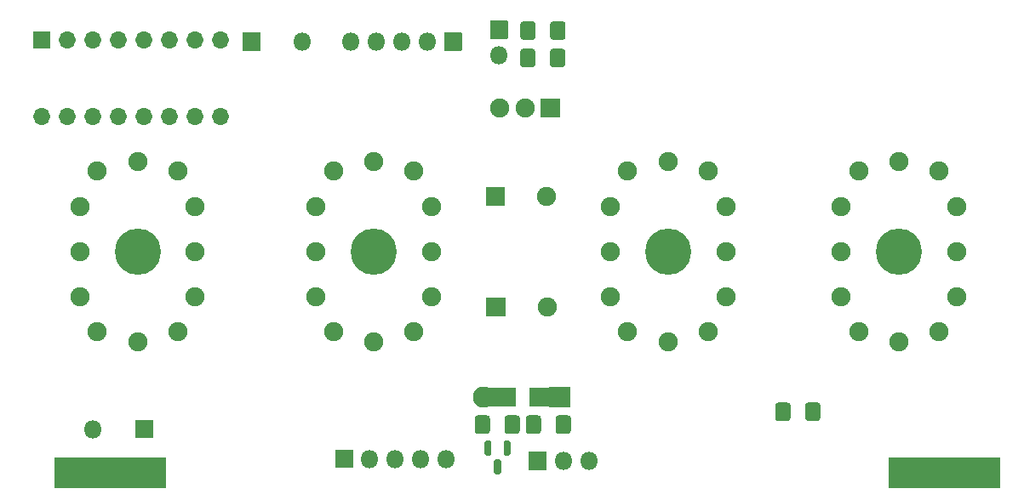
<source format=gbr>
G04 #@! TF.GenerationSoftware,KiCad,Pcbnew,(6.0.0)*
G04 #@! TF.CreationDate,2022-12-26T17:37:19+03:00*
G04 #@! TF.ProjectId,nixie display,6e697869-6520-4646-9973-706c61792e6b,rev?*
G04 #@! TF.SameCoordinates,Original*
G04 #@! TF.FileFunction,Soldermask,Top*
G04 #@! TF.FilePolarity,Negative*
%FSLAX46Y46*%
G04 Gerber Fmt 4.6, Leading zero omitted, Abs format (unit mm)*
G04 Created by KiCad (PCBNEW (6.0.0)) date 2022-12-26 17:37:19*
%MOMM*%
%LPD*%
G01*
G04 APERTURE LIST*
%ADD10C,0.100000*%
%ADD11C,4.602000*%
%ADD12C,1.902000*%
%ADD13C,2.102000*%
%ADD14O,1.802000X1.802000*%
%ADD15O,1.902000X1.902000*%
%ADD16O,1.702000X1.702000*%
G04 APERTURE END LIST*
D10*
X197000000Y-97000000D02*
X208000000Y-97000000D01*
X208000000Y-97000000D02*
X208000000Y-100000000D01*
X208000000Y-100000000D02*
X197000000Y-100000000D01*
X197000000Y-100000000D02*
X197000000Y-97000000D01*
G36*
X208000000Y-100000000D02*
G01*
X197000000Y-100000000D01*
X197000000Y-97000000D01*
X208000000Y-97000000D01*
X208000000Y-100000000D01*
G37*
X208000000Y-100000000D02*
X197000000Y-100000000D01*
X197000000Y-97000000D01*
X208000000Y-97000000D01*
X208000000Y-100000000D01*
X114000000Y-97000000D02*
X125000000Y-97000000D01*
X125000000Y-97000000D02*
X125000000Y-100000000D01*
X125000000Y-100000000D02*
X114000000Y-100000000D01*
X114000000Y-100000000D02*
X114000000Y-97000000D01*
G36*
X125000000Y-100000000D02*
G01*
X114000000Y-100000000D01*
X114000000Y-97000000D01*
X125000000Y-97000000D01*
X125000000Y-100000000D01*
G37*
X125000000Y-100000000D02*
X114000000Y-100000000D01*
X114000000Y-97000000D01*
X125000000Y-97000000D01*
X125000000Y-100000000D01*
X197000000Y-97000000D02*
X208000000Y-97000000D01*
X208000000Y-97000000D02*
X208000000Y-100000000D01*
X208000000Y-100000000D02*
X197000000Y-100000000D01*
X197000000Y-100000000D02*
X197000000Y-97000000D01*
G36*
X208000000Y-100000000D02*
G01*
X197000000Y-100000000D01*
X197000000Y-97000000D01*
X208000000Y-97000000D01*
X208000000Y-100000000D01*
G37*
X208000000Y-100000000D02*
X197000000Y-100000000D01*
X197000000Y-97000000D01*
X208000000Y-97000000D01*
X208000000Y-100000000D01*
X114000000Y-97000000D02*
X125000000Y-97000000D01*
X125000000Y-97000000D02*
X125000000Y-100000000D01*
X125000000Y-100000000D02*
X114000000Y-100000000D01*
X114000000Y-100000000D02*
X114000000Y-97000000D01*
G36*
X125000000Y-100000000D02*
G01*
X114000000Y-100000000D01*
X114000000Y-97000000D01*
X125000000Y-97000000D01*
X125000000Y-100000000D01*
G37*
X125000000Y-100000000D02*
X114000000Y-100000000D01*
X114000000Y-97000000D01*
X125000000Y-97000000D01*
X125000000Y-100000000D01*
D11*
X122250000Y-76500000D03*
D12*
X126250000Y-84500000D03*
X128000000Y-81000000D03*
X128000000Y-76500000D03*
X128000000Y-72000000D03*
X126250000Y-68500000D03*
X122250000Y-67500000D03*
X118250000Y-68500000D03*
X116500000Y-72000000D03*
X116500000Y-76500000D03*
X116500000Y-81000000D03*
X118250000Y-84500000D03*
X122250000Y-85500000D03*
D11*
X145750000Y-76500000D03*
D12*
X149750000Y-84500000D03*
X151500000Y-81000000D03*
X151500000Y-76500000D03*
X151500000Y-72000000D03*
X149750000Y-68500000D03*
X145750000Y-67500000D03*
X141750000Y-68500000D03*
X140000000Y-72000000D03*
X140000000Y-76500000D03*
X140000000Y-81000000D03*
X141750000Y-84500000D03*
X145750000Y-85500000D03*
D11*
X175000000Y-76500000D03*
D12*
X179000000Y-84500000D03*
X180750000Y-81000000D03*
X180750000Y-76500000D03*
X180750000Y-72000000D03*
X179000000Y-68500000D03*
X175000000Y-67500000D03*
X171000000Y-68500000D03*
X169250000Y-72000000D03*
X169250000Y-76500000D03*
X169250000Y-81000000D03*
X171000000Y-84500000D03*
X175000000Y-85500000D03*
D11*
X198000000Y-76500000D03*
D12*
X202000000Y-84500000D03*
X203750000Y-81000000D03*
X203750000Y-76500000D03*
X203750000Y-72000000D03*
X202000000Y-68500000D03*
X198000000Y-67500000D03*
X194000000Y-68500000D03*
X192250000Y-72000000D03*
X192250000Y-76500000D03*
X192250000Y-81000000D03*
X194000000Y-84500000D03*
X198000000Y-85500000D03*
G36*
G01*
X164851000Y-90090000D02*
X164851000Y-91890000D01*
G75*
G02*
X164800000Y-91941000I-51000J0D01*
G01*
X161300000Y-91941000D01*
G75*
G02*
X161249000Y-91890000I0J51000D01*
G01*
X161249000Y-90090000D01*
G75*
G02*
X161300000Y-90039000I51000J0D01*
G01*
X164800000Y-90039000D01*
G75*
G02*
X164851000Y-90090000I0J-51000D01*
G01*
G37*
G36*
G01*
X159851000Y-90090000D02*
X159851000Y-91890000D01*
G75*
G02*
X159800000Y-91941000I-51000J0D01*
G01*
X156300000Y-91941000D01*
G75*
G02*
X156249000Y-91890000I0J51000D01*
G01*
X156249000Y-90090000D01*
G75*
G02*
X156300000Y-90039000I51000J0D01*
G01*
X159800000Y-90039000D01*
G75*
G02*
X159851000Y-90090000I0J-51000D01*
G01*
G37*
G36*
G01*
X156899000Y-71900000D02*
X156899000Y-70100000D01*
G75*
G02*
X156950000Y-70049000I51000J0D01*
G01*
X158750000Y-70049000D01*
G75*
G02*
X158801000Y-70100000I0J-51000D01*
G01*
X158801000Y-71900000D01*
G75*
G02*
X158750000Y-71951000I-51000J0D01*
G01*
X156950000Y-71951000D01*
G75*
G02*
X156899000Y-71900000I0J51000D01*
G01*
G37*
X162930000Y-71000000D03*
G36*
G01*
X156949000Y-82900000D02*
X156949000Y-81100000D01*
G75*
G02*
X157000000Y-81049000I51000J0D01*
G01*
X158800000Y-81049000D01*
G75*
G02*
X158851000Y-81100000I0J-51000D01*
G01*
X158851000Y-82900000D01*
G75*
G02*
X158800000Y-82951000I-51000J0D01*
G01*
X157000000Y-82951000D01*
G75*
G02*
X156949000Y-82900000I0J51000D01*
G01*
G37*
X162980000Y-82000000D03*
G36*
G01*
X158854000Y-95286000D02*
X159154000Y-95286000D01*
G75*
G02*
X159355000Y-95487000I0J-201000D01*
G01*
X159355000Y-96662000D01*
G75*
G02*
X159154000Y-96863000I-201000J0D01*
G01*
X158854000Y-96863000D01*
G75*
G02*
X158653000Y-96662000I0J201000D01*
G01*
X158653000Y-95487000D01*
G75*
G02*
X158854000Y-95286000I201000J0D01*
G01*
G37*
G36*
G01*
X156954000Y-95286000D02*
X157254000Y-95286000D01*
G75*
G02*
X157455000Y-95487000I0J-201000D01*
G01*
X157455000Y-96662000D01*
G75*
G02*
X157254000Y-96863000I-201000J0D01*
G01*
X156954000Y-96863000D01*
G75*
G02*
X156753000Y-96662000I0J201000D01*
G01*
X156753000Y-95487000D01*
G75*
G02*
X156954000Y-95286000I201000J0D01*
G01*
G37*
G36*
G01*
X157904000Y-97161000D02*
X158204000Y-97161000D01*
G75*
G02*
X158405000Y-97362000I0J-201000D01*
G01*
X158405000Y-98537000D01*
G75*
G02*
X158204000Y-98738000I-201000J0D01*
G01*
X157904000Y-98738000D01*
G75*
G02*
X157703000Y-98537000I0J201000D01*
G01*
X157703000Y-97362000D01*
G75*
G02*
X157904000Y-97161000I201000J0D01*
G01*
G37*
G36*
G01*
X160321500Y-55124999D02*
X160321500Y-53875001D01*
G75*
G02*
X160622501Y-53574000I301001J0D01*
G01*
X161547499Y-53574000D01*
G75*
G02*
X161848500Y-53875001I0J-301001D01*
G01*
X161848500Y-55124999D01*
G75*
G02*
X161547499Y-55426000I-301001J0D01*
G01*
X160622501Y-55426000D01*
G75*
G02*
X160321500Y-55124999I0J301001D01*
G01*
G37*
G36*
G01*
X163296500Y-55124999D02*
X163296500Y-53875001D01*
G75*
G02*
X163597501Y-53574000I301001J0D01*
G01*
X164522499Y-53574000D01*
G75*
G02*
X164823500Y-53875001I0J-301001D01*
G01*
X164823500Y-55124999D01*
G75*
G02*
X164522499Y-55426000I-301001J0D01*
G01*
X163597501Y-55426000D01*
G75*
G02*
X163296500Y-55124999I0J301001D01*
G01*
G37*
G36*
G01*
X160299000Y-57854999D02*
X160299000Y-56605001D01*
G75*
G02*
X160600001Y-56304000I301001J0D01*
G01*
X161524999Y-56304000D01*
G75*
G02*
X161826000Y-56605001I0J-301001D01*
G01*
X161826000Y-57854999D01*
G75*
G02*
X161524999Y-58156000I-301001J0D01*
G01*
X160600001Y-58156000D01*
G75*
G02*
X160299000Y-57854999I0J301001D01*
G01*
G37*
G36*
G01*
X163274000Y-57854999D02*
X163274000Y-56605001D01*
G75*
G02*
X163575001Y-56304000I301001J0D01*
G01*
X164499999Y-56304000D01*
G75*
G02*
X164801000Y-56605001I0J-301001D01*
G01*
X164801000Y-57854999D01*
G75*
G02*
X164499999Y-58156000I-301001J0D01*
G01*
X163575001Y-58156000D01*
G75*
G02*
X163274000Y-57854999I0J301001D01*
G01*
G37*
G36*
G01*
X165355500Y-93101001D02*
X165355500Y-94350999D01*
G75*
G02*
X165054499Y-94652000I-301001J0D01*
G01*
X164129501Y-94652000D01*
G75*
G02*
X163828500Y-94350999I0J301001D01*
G01*
X163828500Y-93101001D01*
G75*
G02*
X164129501Y-92800000I301001J0D01*
G01*
X165054499Y-92800000D01*
G75*
G02*
X165355500Y-93101001I0J-301001D01*
G01*
G37*
G36*
G01*
X162380500Y-93101001D02*
X162380500Y-94350999D01*
G75*
G02*
X162079499Y-94652000I-301001J0D01*
G01*
X161154501Y-94652000D01*
G75*
G02*
X160853500Y-94350999I0J301001D01*
G01*
X160853500Y-93101001D01*
G75*
G02*
X161154501Y-92800000I301001J0D01*
G01*
X162079499Y-92800000D01*
G75*
G02*
X162380500Y-93101001I0J-301001D01*
G01*
G37*
G36*
G01*
X155773500Y-94350999D02*
X155773500Y-93101001D01*
G75*
G02*
X156074501Y-92800000I301001J0D01*
G01*
X156999499Y-92800000D01*
G75*
G02*
X157300500Y-93101001I0J-301001D01*
G01*
X157300500Y-94350999D01*
G75*
G02*
X156999499Y-94652000I-301001J0D01*
G01*
X156074501Y-94652000D01*
G75*
G02*
X155773500Y-94350999I0J301001D01*
G01*
G37*
G36*
G01*
X158748500Y-94350999D02*
X158748500Y-93101001D01*
G75*
G02*
X159049501Y-92800000I301001J0D01*
G01*
X159974499Y-92800000D01*
G75*
G02*
X160275500Y-93101001I0J-301001D01*
G01*
X160275500Y-94350999D01*
G75*
G02*
X159974499Y-94652000I-301001J0D01*
G01*
X159049501Y-94652000D01*
G75*
G02*
X158748500Y-94350999I0J301001D01*
G01*
G37*
G36*
G01*
X190174500Y-91831001D02*
X190174500Y-93080999D01*
G75*
G02*
X189873499Y-93382000I-301001J0D01*
G01*
X188948501Y-93382000D01*
G75*
G02*
X188647500Y-93080999I0J301001D01*
G01*
X188647500Y-91831001D01*
G75*
G02*
X188948501Y-91530000I301001J0D01*
G01*
X189873499Y-91530000D01*
G75*
G02*
X190174500Y-91831001I0J-301001D01*
G01*
G37*
G36*
G01*
X187199500Y-91831001D02*
X187199500Y-93080999D01*
G75*
G02*
X186898499Y-93382000I-301001J0D01*
G01*
X185973501Y-93382000D01*
G75*
G02*
X185672500Y-93080999I0J301001D01*
G01*
X185672500Y-91831001D01*
G75*
G02*
X185973501Y-91530000I301001J0D01*
G01*
X186898499Y-91530000D01*
G75*
G02*
X187199500Y-91831001I0J-301001D01*
G01*
G37*
G36*
G01*
X165271000Y-89990000D02*
X165271000Y-91990000D01*
G75*
G02*
X165220000Y-92041000I-51000J0D01*
G01*
X163220000Y-92041000D01*
G75*
G02*
X163169000Y-91990000I0J51000D01*
G01*
X163169000Y-89990000D01*
G75*
G02*
X163220000Y-89939000I51000J0D01*
G01*
X165220000Y-89939000D01*
G75*
G02*
X165271000Y-89990000I0J-51000D01*
G01*
G37*
D13*
X156620000Y-90990000D03*
G36*
G01*
X132740000Y-54709000D02*
X134440000Y-54709000D01*
G75*
G02*
X134491000Y-54760000I0J-51000D01*
G01*
X134491000Y-56460000D01*
G75*
G02*
X134440000Y-56511000I-51000J0D01*
G01*
X132740000Y-56511000D01*
G75*
G02*
X132689000Y-56460000I0J51000D01*
G01*
X132689000Y-54760000D01*
G75*
G02*
X132740000Y-54709000I51000J0D01*
G01*
G37*
D14*
X138670000Y-55610000D03*
G36*
G01*
X164271000Y-61290000D02*
X164271000Y-63090000D01*
G75*
G02*
X164220000Y-63141000I-51000J0D01*
G01*
X162420000Y-63141000D01*
G75*
G02*
X162369000Y-63090000I0J51000D01*
G01*
X162369000Y-61290000D01*
G75*
G02*
X162420000Y-61239000I51000J0D01*
G01*
X164220000Y-61239000D01*
G75*
G02*
X164271000Y-61290000I0J-51000D01*
G01*
G37*
D15*
X160780000Y-62190000D03*
X158240000Y-62190000D03*
G36*
G01*
X141950000Y-96249000D02*
X143650000Y-96249000D01*
G75*
G02*
X143701000Y-96300000I0J-51000D01*
G01*
X143701000Y-98000000D01*
G75*
G02*
X143650000Y-98051000I-51000J0D01*
G01*
X141950000Y-98051000D01*
G75*
G02*
X141899000Y-98000000I0J51000D01*
G01*
X141899000Y-96300000D01*
G75*
G02*
X141950000Y-96249000I51000J0D01*
G01*
G37*
D14*
X145340000Y-97150000D03*
X147880000Y-97150000D03*
X150420000Y-97150000D03*
X152960000Y-97150000D03*
G36*
G01*
X154480000Y-56501000D02*
X152780000Y-56501000D01*
G75*
G02*
X152729000Y-56450000I0J51000D01*
G01*
X152729000Y-54750000D01*
G75*
G02*
X152780000Y-54699000I51000J0D01*
G01*
X154480000Y-54699000D01*
G75*
G02*
X154531000Y-54750000I0J-51000D01*
G01*
X154531000Y-56450000D01*
G75*
G02*
X154480000Y-56501000I-51000J0D01*
G01*
G37*
X151090000Y-55600000D03*
X148550000Y-55600000D03*
X146010000Y-55600000D03*
X143470000Y-55600000D03*
G36*
G01*
X159101000Y-53570000D02*
X159101000Y-55270000D01*
G75*
G02*
X159050000Y-55321000I-51000J0D01*
G01*
X157350000Y-55321000D01*
G75*
G02*
X157299000Y-55270000I0J51000D01*
G01*
X157299000Y-53570000D01*
G75*
G02*
X157350000Y-53519000I51000J0D01*
G01*
X159050000Y-53519000D01*
G75*
G02*
X159101000Y-53570000I0J-51000D01*
G01*
G37*
X158200000Y-56960000D03*
G36*
G01*
X123770000Y-95081000D02*
X122070000Y-95081000D01*
G75*
G02*
X122019000Y-95030000I0J51000D01*
G01*
X122019000Y-93330000D01*
G75*
G02*
X122070000Y-93279000I51000J0D01*
G01*
X123770000Y-93279000D01*
G75*
G02*
X123821000Y-93330000I0J-51000D01*
G01*
X123821000Y-95030000D01*
G75*
G02*
X123770000Y-95081000I-51000J0D01*
G01*
G37*
X117840000Y-94180000D03*
G36*
G01*
X161190000Y-96439000D02*
X162890000Y-96439000D01*
G75*
G02*
X162941000Y-96490000I0J-51000D01*
G01*
X162941000Y-98190000D01*
G75*
G02*
X162890000Y-98241000I-51000J0D01*
G01*
X161190000Y-98241000D01*
G75*
G02*
X161139000Y-98190000I0J51000D01*
G01*
X161139000Y-96490000D01*
G75*
G02*
X161190000Y-96439000I51000J0D01*
G01*
G37*
X164580000Y-97340000D03*
X167120000Y-97340000D03*
G36*
G01*
X111950000Y-54589000D02*
X113550000Y-54589000D01*
G75*
G02*
X113601000Y-54640000I0J-51000D01*
G01*
X113601000Y-56240000D01*
G75*
G02*
X113550000Y-56291000I-51000J0D01*
G01*
X111950000Y-56291000D01*
G75*
G02*
X111899000Y-56240000I0J51000D01*
G01*
X111899000Y-54640000D01*
G75*
G02*
X111950000Y-54589000I51000J0D01*
G01*
G37*
D16*
X115290000Y-55440000D03*
X117830000Y-55440000D03*
X120370000Y-55440000D03*
X122910000Y-55440000D03*
X125450000Y-55440000D03*
X127990000Y-55440000D03*
X130530000Y-55440000D03*
X130530000Y-63060000D03*
X127990000Y-63060000D03*
X125450000Y-63060000D03*
X122910000Y-63060000D03*
X120370000Y-63060000D03*
X117830000Y-63060000D03*
X115290000Y-63060000D03*
X112750000Y-63060000D03*
M02*

</source>
